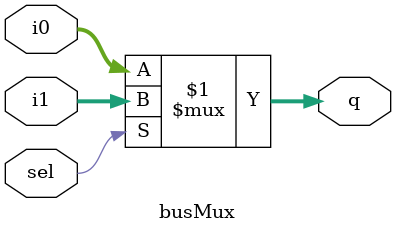
<source format=v>
`timescale 1ns / 1ps


module busMux
    #(parameter DataSize = 2) //Set this to required data size
    (
    i0, i1,
    sel,
    q
    );
    
    input[DataSize-1:0] i0, i1;
    input sel;
    
    output[DataSize-1:0] q;
    
    assign q = sel ? i1 : i0; // if sel == 1 q = i1, else q = i0
    
endmodule
</source>
